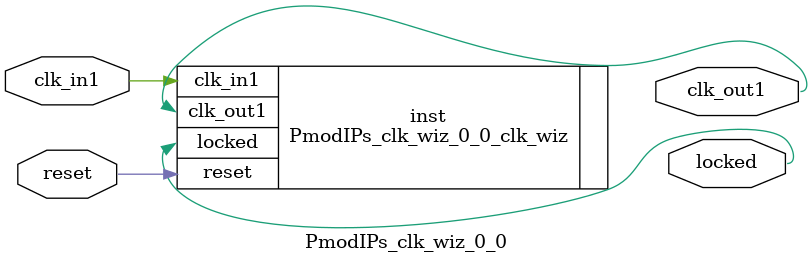
<source format=v>


`timescale 1ps/1ps

(* CORE_GENERATION_INFO = "PmodIPs_clk_wiz_0_0,clk_wiz_v6_0_13_0_0,{component_name=PmodIPs_clk_wiz_0_0,use_phase_alignment=true,use_min_o_jitter=false,use_max_i_jitter=false,use_dyn_phase_shift=false,use_inclk_switchover=false,use_dyn_reconfig=false,enable_axi=0,feedback_source=FDBK_AUTO,PRIMITIVE=MMCM,num_out_clk=1,clkin1_period=12.308,clkin2_period=10.000,use_power_down=false,use_reset=true,use_locked=true,use_inclk_stopped=false,feedback_type=SINGLE,CLOCK_MGR_TYPE=NA,manual_override=false}" *)

module PmodIPs_clk_wiz_0_0 
 (
  // Clock out ports
  output        clk_out1,
  // Status and control signals
  input         reset,
  output        locked,
 // Clock in ports
  input         clk_in1
 );

  PmodIPs_clk_wiz_0_0_clk_wiz inst
  (
  // Clock out ports  
  .clk_out1(clk_out1),
  // Status and control signals               
  .reset(reset), 
  .locked(locked),
 // Clock in ports
  .clk_in1(clk_in1)
  );

endmodule

</source>
